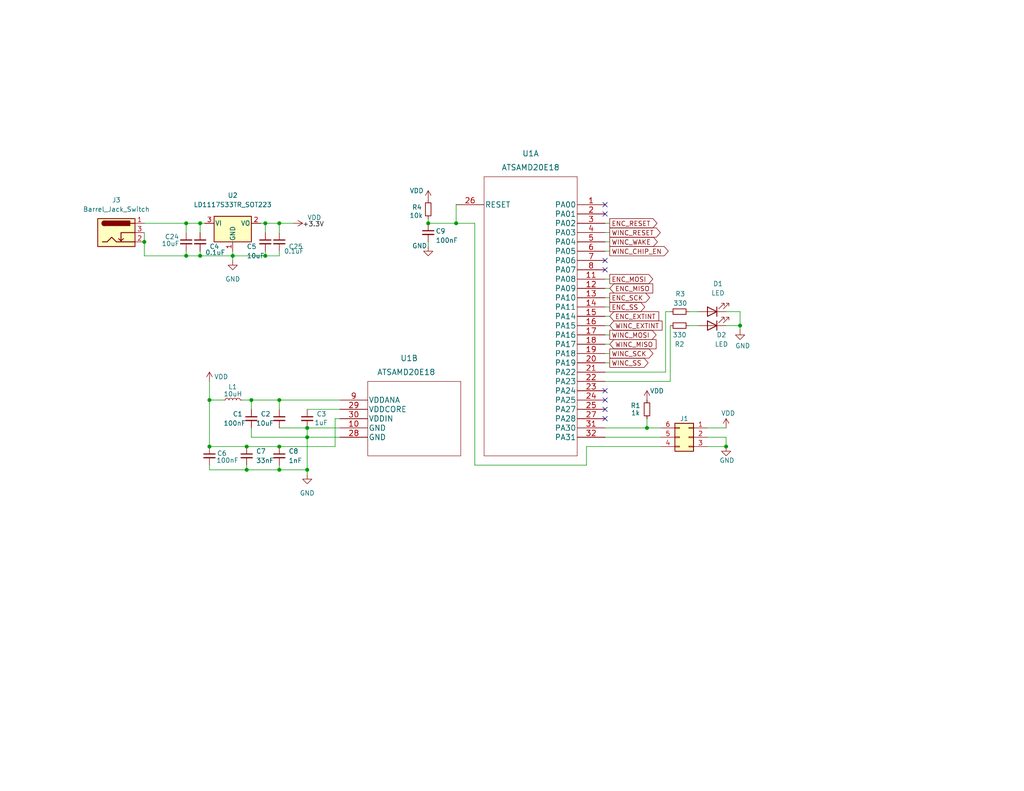
<source format=kicad_sch>
(kicad_sch (version 20211123) (generator eeschema)
  (paper "USLetter")
  (title_block (title "ATSAMD20E18 Control Circuit") (date "2022-10-20") (rev "v4.0") (company "DCA"))
  (lib_symbols
    (symbol "2022-10-03_01-58-55:ATSAMD20E18A-AU" (pin_names (offset 0.254))
      (property "Reference" "U" (at 20.32 12.7 0))
      (property "Value" "ATSAMD20E18A-AU" (at 20.32 10.16 0))
      (symbol "ATSAMD20E18A-AU_1_1"
        (polyline (pts (xy 7.62 -68.58) (xy 33.02 -68.58)) (stroke (width 0.127)))
        (polyline (pts (xy 7.62 7.62) (xy 7.62 -68.58)) (stroke (width 0.127)))
        (polyline (pts (xy 33.02 -68.58) (xy 33.02 7.62)) (stroke (width 0.127)))
        (polyline (pts (xy 33.02 7.62) (xy 7.62 7.62)) (stroke (width 0.127)))
        (pin bidirectional line (at 40.64 0 180) (length 7.62) (name "PA00") (number "1"))
        (pin bidirectional line (at 40.64 -20.32 180) (length 7.62) (name "PA08") (number "11"))
        (pin bidirectional line (at 40.64 -22.86 180) (length 7.62) (name "PA09") (number "12"))
        (pin bidirectional line (at 40.64 -25.4 180) (length 7.62) (name "PA10") (number "13"))
        (pin bidirectional line (at 40.64 -27.94 180) (length 7.62) (name "PA11") (number "14"))
        (pin bidirectional line (at 40.64 -30.48 180) (length 7.62) (name "PA14") (number "15"))
        (pin bidirectional line (at 40.64 -33.02 180) (length 7.62) (name "PA15") (number "16"))
        (pin bidirectional line (at 40.64 -35.56 180) (length 7.62) (name "PA16") (number "17"))
        (pin bidirectional line (at 40.64 -38.1 180) (length 7.62) (name "PA17") (number "18"))
        (pin bidirectional line (at 40.64 -40.64 180) (length 7.62) (name "PA18") (number "19"))
        (pin bidirectional line (at 40.64 -2.54 180) (length 7.62) (name "PA01") (number "2"))
        (pin bidirectional line (at 40.64 -43.18 180) (length 7.62) (name "PA19") (number "20"))
        (pin bidirectional line (at 40.64 -45.72 180) (length 7.62) (name "PA22") (number "21"))
        (pin bidirectional line (at 40.64 -48.26 180) (length 7.62) (name "PA23") (number "22"))
        (pin bidirectional line (at 40.64 -50.8 180) (length 7.62) (name "PA24") (number "23"))
        (pin bidirectional line (at 40.64 -53.34 180) (length 7.62) (name "PA25") (number "24"))
        (pin bidirectional line (at 40.64 -55.88 180) (length 7.62) (name "PA27") (number "25"))
        (pin unspecified line (at 0 0 0) (length 7.62) (name "RESET") (number "26"))
        (pin bidirectional line (at 40.64 -58.42 180) (length 7.62) (name "PA28") (number "27"))
        (pin bidirectional line (at 40.64 -5.08 180) (length 7.62) (name "PA02") (number "3"))
        (pin bidirectional line (at 40.64 -60.96 180) (length 7.62) (name "PA30") (number "31"))
        (pin bidirectional line (at 40.64 -63.5 180) (length 7.62) (name "PA31") (number "32"))
        (pin bidirectional line (at 40.64 -7.62 180) (length 7.62) (name "PA03") (number "4"))
        (pin bidirectional line (at 40.64 -10.16 180) (length 7.62) (name "PA04") (number "5"))
        (pin bidirectional line (at 40.64 -12.7 180) (length 7.62) (name "PA05") (number "6"))
        (pin bidirectional line (at 40.64 -15.24 180) (length 7.62) (name "PA06") (number "7"))
        (pin bidirectional line (at 40.64 -17.78 180) (length 7.62) (name "PA07") (number "8"))
      )
      (symbol "ATSAMD20E18A-AU_2_1"
        (polyline (pts (xy 7.62 -15.24) (xy 33.02 -15.24)) (stroke (width 0.127)))
        (polyline (pts (xy 7.62 5.08) (xy 7.62 -15.24)) (stroke (width 0.127)))
        (polyline (pts (xy 33.02 -15.24) (xy 33.02 5.08)) (stroke (width 0.127)))
        (polyline (pts (xy 33.02 5.08) (xy 7.62 5.08)) (stroke (width 0.127)))
        (pin power_in line (at 0 -7.62 0) (length 7.62) (name "GND") (number "10"))
        (pin power_in line (at 0 -10.16 0) (length 7.62) (name "GND") (number "28"))
        (pin power_in line (at 0 -2.54 0) (length 7.62) (name "VDDCORE") (number "29"))
        (pin power_in line (at 0 -5.08 0) (length 7.62) (name "VDDIN") (number "30"))
        (pin power_in line (at 0 0 0) (length 7.62) (name "VDDANA") (number "9"))
      )
    )
    (symbol "Connector:Barrel_Jack_Switch" (pin_names hide)
      (property "Reference" "J" (at 0 5.334 0))
      (property "Value" "Barrel_Jack_Switch" (at 0 -5.08 0))
      (symbol "Barrel_Jack_Switch_0_1"
        (rectangle (start -5.08 3.81) (end 5.08 -3.81) (stroke (width 0.254)) (fill (type background)))
        (arc (start -3.302 3.175) (mid -3.937 2.54) (end -3.302 1.905) (stroke (width 0.254)))
        (arc (start -3.302 3.175) (mid -3.937 2.54) (end -3.302 1.905) (stroke (width 0.254)) (fill (type outline)))
        (polyline (pts (xy 1.27 -2.286) (xy 1.905 -1.651)) (stroke (width 0.254)))
        (polyline (pts (xy 5.08 2.54) (xy 3.81 2.54)) (stroke (width 0.254)))
        (polyline (pts (xy 5.08 0) (xy 1.27 0) (xy 1.27 -2.286) (xy 0.635 -1.651)) (stroke (width 0.254)))
        (polyline (pts (xy -3.81 -2.54) (xy -2.54 -2.54) (xy -1.27 -1.27) (xy 0 -2.54) (xy 2.54 -2.54) (xy 5.08 -2.54)) (stroke (width 0.254)))
        (rectangle (start 3.683 3.175) (end -3.302 1.905) (stroke (width 0.254)) (fill (type outline)))
      )
      (symbol "Barrel_Jack_Switch_1_1"
        (pin passive line (at 7.62 2.54 180) (length 2.54) (name "~") (number "1"))
        (pin passive line (at 7.62 -2.54 180) (length 2.54) (name "~") (number "2"))
        (pin passive line (at 7.62 0 180) (length 2.54) (name "~") (number "3"))
      )
    )
    (symbol "Connector_Generic:Conn_02x03_Counter_Clockwise" (pin_names (offset 1.016) hide)
      (property "Reference" "J" (at 1.27 5.08 0))
      (property "Value" "Conn_02x03_Counter_Clockwise" (at 1.27 -5.08 0))
      (symbol "Conn_02x03_Counter_Clockwise_1_1"
        (rectangle (start -1.27 -2.413) (end 0 -2.667) (stroke (width 0.1524)))
        (rectangle (start -1.27 0.127) (end 0 -0.127) (stroke (width 0.1524)))
        (rectangle (start -1.27 2.667) (end 0 2.413) (stroke (width 0.1524)))
        (rectangle (start -1.27 3.81) (end 3.81 -3.81) (stroke (width 0.254)) (fill (type background)))
        (rectangle (start 3.81 -2.413) (end 2.54 -2.667) (stroke (width 0.1524)))
        (rectangle (start 3.81 0.127) (end 2.54 -0.127) (stroke (width 0.1524)))
        (rectangle (start 3.81 2.667) (end 2.54 2.413) (stroke (width 0.1524)))
        (pin passive line (at -5.08 2.54 0) (length 3.81) (name "Pin_1") (number "1"))
        (pin passive line (at -5.08 0 0) (length 3.81) (name "Pin_2") (number "2"))
        (pin passive line (at -5.08 -2.54 0) (length 3.81) (name "Pin_3") (number "3"))
        (pin passive line (at 7.62 -2.54 180) (length 3.81) (name "Pin_4") (number "4"))
        (pin passive line (at 7.62 0 180) (length 3.81) (name "Pin_5") (number "5"))
        (pin passive line (at 7.62 2.54 180) (length 3.81) (name "Pin_6") (number "6"))
      )
    )
    (symbol "Device:C_Small" (pin_numbers hide) (pin_names (offset 0.254) hide)
      (property "Reference" "C" (at 0.254 1.778 0))
      (property "Value" "C_Small" (at 0.254 -2.032 0))
      (symbol "C_Small_0_1"
        (polyline (pts (xy -1.524 -0.508) (xy 1.524 -0.508)) (stroke (width 0.3302)))
        (polyline (pts (xy -1.524 0.508) (xy 1.524 0.508)) (stroke (width 0.3048)))
      )
      (symbol "C_Small_1_1"
        (pin passive line (at 0 2.54 270) (length 2.032) (name "~") (number "1"))
        (pin passive line (at 0 -2.54 90) (length 2.032) (name "~") (number "2"))
      )
    )
    (symbol "Device:LED" (pin_numbers hide) (pin_names (offset 1.016) hide)
      (property "Reference" "D" (at 0 2.54 0))
      (property "Value" "LED" (at 0 -2.54 0))
      (symbol "LED_0_1"
        (polyline (pts (xy -1.27 -1.27) (xy -1.27 1.27)) (stroke (width 0.254)))
        (polyline (pts (xy -1.27 0) (xy 1.27 0)))
        (polyline (pts (xy 1.27 -1.27) (xy 1.27 1.27) (xy -1.27 0) (xy 1.27 -1.27)) (stroke (width 0.254)))
        (polyline (pts (xy -3.048 -0.762) (xy -4.572 -2.286) (xy -3.81 -2.286) (xy -4.572 -2.286) (xy -4.572 -1.524)))
        (polyline (pts (xy -1.778 -0.762) (xy -3.302 -2.286) (xy -2.54 -2.286) (xy -3.302 -2.286) (xy -3.302 -1.524)))
      )
      (symbol "LED_1_1"
        (pin passive line (at -3.81 0 0) (length 2.54) (name "K") (number "1"))
        (pin passive line (at 3.81 0 180) (length 2.54) (name "A") (number "2"))
      )
    )
    (symbol "Device:L_Small" (pin_numbers hide) (pin_names (offset 0.254) hide)
      (property "Reference" "L" (at 0.762 1.016 0))
      (property "Value" "L_Small" (at 0.762 -1.016 0))
      (symbol "L_Small_0_1"
        (arc (start 0 -2.032) (mid 0.508 -1.524) (end 0 -1.016))
        (arc (start 0 -1.016) (mid 0.508 -0.508) (end 0 0))
        (arc (start 0 0) (mid 0.508 0.508) (end 0 1.016))
        (arc (start 0 1.016) (mid 0.508 1.524) (end 0 2.032))
      )
      (symbol "L_Small_1_1"
        (pin passive line (at 0 2.54 270) (length 0.508) (name "~") (number "1"))
        (pin passive line (at 0 -2.54 90) (length 0.508) (name "~") (number "2"))
      )
    )
    (symbol "Device:R_Small" (pin_numbers hide) (pin_names (offset 0.254) hide)
      (property "Reference" "R" (at 0.762 0.508 0))
      (property "Value" "R_Small" (at 0.762 -1.016 0))
      (symbol "R_Small_0_1"
        (rectangle (start -0.762 1.778) (end 0.762 -1.778) (stroke (width 0.2032)))
      )
      (symbol "R_Small_1_1"
        (pin passive line (at 0 2.54 270) (length 0.762) (name "~") (number "1"))
        (pin passive line (at 0 -2.54 90) (length 0.762) (name "~") (number "2"))
      )
    )
    (symbol "Regulator_Linear:LD1117S33TR_SOT223" (pin_names (offset 0.254))
      (property "Reference" "U" (at -3.81 3.175 0))
      (property "Value" "LD1117S33TR_SOT223" (at 0 3.175 0))
      (symbol "LD1117S33TR_SOT223_0_1"
        (rectangle (start -5.08 -5.08) (end 5.08 1.905) (stroke (width 0.254)) (fill (type background)))
      )
      (symbol "LD1117S33TR_SOT223_1_1"
        (pin power_in line (at 0 -7.62 90) (length 2.54) (name "GND") (number "1"))
        (pin power_out line (at 7.62 0 180) (length 2.54) (name "VO") (number "2"))
        (pin power_in line (at -7.62 0 0) (length 2.54) (name "VI") (number "3"))
      )
    )
    (symbol "power:GND" (power) (pin_names (offset 0))
      (property "Value" "GND" (at 0 -3.81 0))
      (symbol "GND_0_1"
        (polyline (pts (xy 0 0) (xy 0 -1.27) (xy 1.27 -1.27) (xy 0 -2.54) (xy -1.27 -1.27) (xy 0 -1.27)))
      )
      (symbol "GND_1_1"
        (pin power_in line (at 0 0 270) (length 0) hide (name "GND") (number "1"))
      )
    )
    (symbol "power:VDD" (power) (pin_names (offset 0))
      (property "Value" "VDD" (at 0 3.81 0))
      (symbol "VDD_0_1"
        (polyline (pts (xy -0.762 1.27) (xy 0 2.54)))
        (polyline (pts (xy 0 0) (xy 0 2.54)))
        (polyline (pts (xy 0 2.54) (xy 0.762 1.27)))
      )
      (symbol "VDD_1_1"
        (pin power_in line (at 0 0 90) (length 0) hide (name "VDD") (number "1"))
      )
    )
  )
  (junction (at 72.39 60.96))
  (junction (at 39.37 66.04))
  (junction (at 124.46 60.96))
  (junction (at 83.82 128.27))
  (junction (at 54.61 69.85))
  (junction (at 72.39 69.85))
  (junction (at 57.15 109.22))
  (junction (at 176.53 116.84))
  (junction (at 83.82 119.38))
  (junction (at 68.58 109.22))
  (junction (at 50.8 60.96))
  (junction (at 198.12 121.92))
  (junction (at 50.8 69.85))
  (junction (at 201.93 88.9))
  (junction (at 76.2 128.27))
  (junction (at 57.15 121.92))
  (junction (at 116.84 60.96))
  (junction (at 76.2 121.92))
  (junction (at 67.31 121.92))
  (junction (at 63.5 69.85))
  (junction (at 76.2 109.22))
  (junction (at 76.2 60.96))
  (junction (at 54.61 60.96))
  (junction (at 83.82 116.84))
  (junction (at 67.31 128.27))
  (no_connect (at 165.1 58.42))
  (no_connect (at 165.1 55.88))
  (no_connect (at 165.1 73.66))
  (no_connect (at 165.1 71.12))
  (no_connect (at 165.1 106.68))
  (no_connect (at 165.1 114.3))
  (no_connect (at 165.1 111.76))
  (no_connect (at 165.1 109.22))
  (wire (pts (xy 57.15 109.22) (xy 57.15 121.92)))
  (wire (pts (xy 165.1 81.28) (xy 166.37 81.28)))
  (wire (pts (xy 57.15 128.27) (xy 57.15 127)))
  (wire (pts (xy 63.5 69.85) (xy 72.39 69.85)))
  (wire (pts (xy 72.39 69.85) (xy 72.39 68.58)))
  (wire (pts (xy 165.1 116.84) (xy 176.53 116.84)))
  (wire (pts (xy 182.88 88.9) (xy 182.88 104.14)))
  (wire (pts (xy 176.53 116.84) (xy 180.34 116.84)))
  (wire (pts (xy 165.1 63.5) (xy 166.37 63.5)))
  (wire (pts (xy 76.2 60.96) (xy 80.01 60.96)))
  (wire (pts (xy 181.61 85.09) (xy 182.88 85.09)))
  (wire (pts (xy 176.53 114.3) (xy 176.53 116.84)))
  (wire (pts (xy 92.71 114.3) (xy 91.44 114.3)))
  (wire (pts (xy 76.2 109.22) (xy 92.71 109.22)))
  (wire (pts (xy 57.15 109.22) (xy 60.96 109.22)))
  (wire (pts (xy 160.02 121.92) (xy 160.02 127)))
  (wire (pts (xy 193.04 116.84) (xy 198.12 116.84)))
  (wire (pts (xy 83.82 119.38) (xy 83.82 128.27)))
  (wire (pts (xy 72.39 60.96) (xy 71.12 60.96)))
  (wire (pts (xy 165.1 119.38) (xy 180.34 119.38)))
  (wire (pts (xy 91.44 114.3) (xy 91.44 121.92)))
  (wire (pts (xy 198.12 85.09) (xy 201.93 85.09)))
  (wire (pts (xy 39.37 69.85) (xy 50.8 69.85)))
  (wire (pts (xy 201.93 85.09) (xy 201.93 88.9)))
  (wire (pts (xy 67.31 121.92) (xy 76.2 121.92)))
  (wire (pts (xy 57.15 128.27) (xy 67.31 128.27)))
  (wire (pts (xy 166.37 99.06) (xy 165.1 99.06)))
  (wire (pts (xy 165.1 76.2) (xy 166.37 76.2)))
  (wire (pts (xy 198.12 88.9) (xy 201.93 88.9)))
  (wire (pts (xy 165.1 78.74) (xy 166.37 78.74)))
  (wire (pts (xy 54.61 69.85) (xy 63.5 69.85)))
  (wire (pts (xy 68.58 116.84) (xy 68.58 119.38)))
  (wire (pts (xy 193.04 121.92) (xy 198.12 121.92)))
  (wire (pts (xy 76.2 128.27) (xy 76.2 127)))
  (wire (pts (xy 180.34 121.92) (xy 160.02 121.92)))
  (wire (pts (xy 39.37 63.5) (xy 39.37 66.04)))
  (wire (pts (xy 72.39 60.96) (xy 76.2 60.96)))
  (wire (pts (xy 166.37 93.98) (xy 165.1 93.98)))
  (wire (pts (xy 63.5 69.85) (xy 63.5 71.12)))
  (wire (pts (xy 166.37 96.52) (xy 165.1 96.52)))
  (wire (pts (xy 76.2 60.96) (xy 76.2 63.5)))
  (wire (pts (xy 54.61 68.58) (xy 54.61 69.85)))
  (wire (pts (xy 68.58 111.76) (xy 68.58 109.22)))
  (wire (pts (xy 68.58 119.38) (xy 83.82 119.38)))
  (wire (pts (xy 116.84 66.04) (xy 116.84 67.31)))
  (wire (pts (xy 50.8 60.96) (xy 54.61 60.96)))
  (wire (pts (xy 54.61 60.96) (xy 55.88 60.96)))
  (wire (pts (xy 39.37 66.04) (xy 39.37 69.85)))
  (wire (pts (xy 50.8 68.58) (xy 50.8 69.85)))
  (wire (pts (xy 76.2 111.76) (xy 76.2 109.22)))
  (wire (pts (xy 72.39 69.85) (xy 76.2 69.85)))
  (wire (pts (xy 165.1 66.04) (xy 166.37 66.04)))
  (wire (pts (xy 83.82 119.38) (xy 92.71 119.38)))
  (wire (pts (xy 187.96 88.9) (xy 190.5 88.9)))
  (wire (pts (xy 76.2 116.84) (xy 83.82 116.84)))
  (wire (pts (xy 50.8 69.85) (xy 54.61 69.85)))
  (wire (pts (xy 76.2 121.92) (xy 91.44 121.92)))
  (wire (pts (xy 83.82 116.84) (xy 83.82 119.38)))
  (wire (pts (xy 129.54 127) (xy 160.02 127)))
  (wire (pts (xy 129.54 60.96) (xy 124.46 60.96)))
  (wire (pts (xy 76.2 68.58) (xy 76.2 69.85)))
  (wire (pts (xy 83.82 128.27) (xy 83.82 129.54)))
  (wire (pts (xy 165.1 86.36) (xy 166.37 86.36)))
  (wire (pts (xy 57.15 104.14) (xy 57.15 109.22)))
  (wire (pts (xy 165.1 68.58) (xy 166.37 68.58)))
  (wire (pts (xy 193.04 119.38) (xy 198.12 119.38)))
  (wire (pts (xy 83.82 111.76) (xy 92.71 111.76)))
  (wire (pts (xy 67.31 128.27) (xy 67.31 127)))
  (wire (pts (xy 66.04 109.22) (xy 68.58 109.22)))
  (wire (pts (xy 67.31 128.27) (xy 76.2 128.27)))
  (wire (pts (xy 165.1 60.96) (xy 166.37 60.96)))
  (wire (pts (xy 63.5 68.58) (xy 63.5 69.85)))
  (wire (pts (xy 124.46 60.96) (xy 124.46 55.88)))
  (wire (pts (xy 92.71 116.84) (xy 83.82 116.84)))
  (wire (pts (xy 76.2 128.27) (xy 83.82 128.27)))
  (wire (pts (xy 165.1 104.14) (xy 182.88 104.14)))
  (wire (pts (xy 129.54 127) (xy 129.54 60.96)))
  (wire (pts (xy 116.84 59.69) (xy 116.84 60.96)))
  (wire (pts (xy 39.37 60.96) (xy 50.8 60.96)))
  (wire (pts (xy 72.39 63.5) (xy 72.39 60.96)))
  (wire (pts (xy 181.61 101.6) (xy 181.61 85.09)))
  (wire (pts (xy 57.15 121.92) (xy 67.31 121.92)))
  (wire (pts (xy 166.37 91.44) (xy 165.1 91.44)))
  (wire (pts (xy 116.84 60.96) (xy 124.46 60.96)))
  (wire (pts (xy 50.8 60.96) (xy 50.8 63.5)))
  (wire (pts (xy 54.61 60.96) (xy 54.61 63.5)))
  (wire (pts (xy 166.37 88.9) (xy 165.1 88.9)))
  (wire (pts (xy 165.1 83.82) (xy 166.37 83.82)))
  (wire (pts (xy 201.93 88.9) (xy 201.93 90.17)))
  (wire (pts (xy 165.1 101.6) (xy 181.61 101.6)))
  (wire (pts (xy 198.12 119.38) (xy 198.12 121.92)))
  (wire (pts (xy 68.58 109.22) (xy 76.2 109.22)))
  (wire (pts (xy 187.96 85.09) (xy 190.5 85.09)))
  (label "+3.3V" (at 82.55 62.23 0))
  (global_label "ENC_RESET" (shape output) (at 166.37 60.96 0) (property "Intersheet References" "${INTERSHEET_REFS}" (effects hide)))
  (global_label "WINC_SCK" (shape output) (at 166.37 96.52 0) (property "Intersheet References" "${INTERSHEET_REFS}" (effects hide)))
  (global_label "WINC_EXTINT" (shape input) (at 166.37 88.9 0) (property "Intersheet References" "${INTERSHEET_REFS}" (effects hide)))
  (global_label "ENC_SS" (shape output) (at 166.37 83.82 0) (property "Intersheet References" "${INTERSHEET_REFS}" (effects hide)))
  (global_label "ENC_MOSI" (shape output) (at 166.37 76.2 0) (property "Intersheet References" "${INTERSHEET_REFS}" (effects hide)))
  (global_label "WINC_MISO" (shape input) (at 166.37 93.98 0) (property "Intersheet References" "${INTERSHEET_REFS}" (effects hide)))
  (global_label "ENC_EXTINT" (shape input) (at 166.37 86.36 0) (property "Intersheet References" "${INTERSHEET_REFS}" (effects hide)))
  (global_label "WINC_CHIP_EN" (shape output) (at 166.37 68.58 0) (property "Intersheet References" "${INTERSHEET_REFS}" (effects hide)))
  (global_label "WINC_RESET" (shape output) (at 166.37 63.5 0) (property "Intersheet References" "${INTERSHEET_REFS}" (effects hide)))
  (global_label "WINC_SS" (shape output) (at 166.37 99.06 0) (property "Intersheet References" "${INTERSHEET_REFS}" (effects hide)))
  (global_label "WINC_WAKE" (shape output) (at 166.37 66.04 0) (property "Intersheet References" "${INTERSHEET_REFS}" (effects hide)))
  (global_label "ENC_SCK" (shape output) (at 166.37 81.28 0) (property "Intersheet References" "${INTERSHEET_REFS}" (effects hide)))
  (global_label "WINC_MOSI" (shape output) (at 166.37 91.44 0) (property "Intersheet References" "${INTERSHEET_REFS}" (effects hide)))
  (global_label "ENC_MISO" (shape input) (at 166.37 78.74 0) (property "Intersheet References" "${INTERSHEET_REFS}" (effects hide)))
  (symbol (lib_id "2022-10-03_01-58-55:ATSAMD20E18A-AU") (at 124.46 55.88 0) (unit 1)
    (property "Reference" "U1" (at 144.78 41.91 0) (effects (font (size 1.524 1.524))))
    (property "Value" "ATSAMD20E18" (at 144.78 45.72 0) (effects (font (size 1.524 1.524))))
    (property "Footprint" "2022-10-03_01-58-55:ATSAMD20E18A-AU" (effects hide))
  )
  (symbol (lib_id "Device:C_Small") (at 54.61 66.04 0) (unit 1)
    (property "Reference" "C4" (at 57.15 67.31 0) (effects (justify left)))
    (property "Value" "0.1uF" (at 56.002 68.939 0) (effects (justify left)))
    (property "Footprint" "Capacitor_SMD:C_0402_1005Metric" (effects hide))
  )
  (symbol (lib_id "power:GND") (at 116.84 67.31 0) (unit 1)
    (property "Reference" "#PWR0106" (effects hide))
    (property "Value" "GND" (at 114.4914 67.1215 0))
  )
  (symbol (lib_id "power:GND") (at 201.93 90.17 0) (unit 1)
    (property "Reference" "#PWR0104" (effects hide))
    (property "Value" "GND" (at 202.6445 94.4253 0))
  )
  (symbol (lib_id "power:VDD") (at 176.53 109.22 0) (unit 1)
    (property "Reference" "#PWR0105" (effects hide))
    (property "Value" "VDD" (at 179.235 106.7365 0))
  )
  (symbol (lib_id "Device:C_Small") (at 76.2 124.46 0) (unit 1)
    (property "Reference" "C8" (at 78.74 123.1962 0) (effects (justify left)))
    (property "Value" "1nF" (at 78.74 125.7362 0) (effects (justify left)))
    (property "Footprint" "Capacitor_SMD:C_0402_1005Metric" (effects hide))
  )
  (symbol (lib_id "Regulator_Linear:LD1117S33TR_SOT223") (at 63.5 60.96 0) (unit 1)
    (property "Reference" "U2" (at 63.5 53.34 0))
    (property "Value" "LD1117S33TR_SOT223" (at 63.5 55.88 0))
    (property "Footprint" "Package_TO_SOT_SMD:SOT-223-3_TabPin2" (effects hide))
    (property "Datasheet" "http://www.st.com/st-web-ui/static/active/en/resource/technical/document/datasheet/CD00000544.pdf" (effects hide))
  )
  (symbol (lib_id "power:GND") (at 83.82 129.54 0) (unit 1)
    (property "Reference" "#PWR0101" (effects hide))
    (property "Value" "GND" (at 83.82 134.62 0))
  )
  (symbol (lib_id "Device:LED") (at 194.31 85.09 180) (unit 1)
    (property "Reference" "D1" (at 195.8975 77.47 0))
    (property "Value" "LED" (at 195.8975 80.01 0))
    (property "Footprint" "LED_SMD:LED_0402_1005Metric" (effects hide))
  )
  (symbol (lib_id "Device:C_Small") (at 67.31 124.46 0) (unit 1)
    (property "Reference" "C7" (at 69.85 123.1962 0) (effects (justify left)))
    (property "Value" "33nF" (at 69.85 125.7362 0) (effects (justify left)))
    (property "Footprint" "Capacitor_SMD:C_0402_1005Metric" (effects hide))
  )
  (symbol (lib_id "power:VDD") (at 80.01 60.96 270) (unit 1)
    (property "Reference" "#PWR0110" (effects hide))
    (property "Value" "VDD" (at 83.8355 59.3978 90) (effects (justify left)))
  )
  (symbol (lib_id "Device:R_Small") (at 185.42 88.9 270) (unit 1)
    (property "Reference" "R2" (at 185.42 93.98 90))
    (property "Value" "330" (at 185.42 91.44 90))
    (property "Footprint" "Resistor_SMD:R_0402_1005Metric" (effects hide))
  )
  (symbol (lib_id "Connector_Generic:Conn_02x03_Counter_Clockwise") (at 187.96 119.38 0) (mirror y) (unit 1)
    (property "Reference" "J1" (at 186.69 114.3 0))
    (property "Value" "Conn_02x03_Counter_Clockwise" (effects hide))
    (property "Footprint" "Connector_PinHeader_2.00mm:PinHeader_2x03_P2.00mm_Vertical" (effects hide))
  )
  (symbol (lib_id "Device:C_Small") (at 116.84 63.5 0) (unit 1)
    (property "Reference" "C9" (at 118.8697 63.0982 0) (effects (justify left)))
    (property "Value" "100nF" (at 118.8697 65.6382 0) (effects (justify left)))
    (property "Footprint" "Capacitor_SMD:C_0402_1005Metric" (effects hide))
  )
  (symbol (lib_id "Device:R_Small") (at 176.53 111.76 0) (unit 1)
    (property "Reference" "R1" (at 173.4133 110.7183 0))
    (property "Value" "1k" (at 173.4133 112.73 0))
    (property "Footprint" "Resistor_SMD:R_0402_1005Metric" (effects hide))
  )
  (symbol (lib_id "power:VDD") (at 116.84 54.61 0) (unit 1)
    (property "Reference" "#PWR0107" (effects hide))
    (property "Value" "VDD" (at 111.76 52.07 0) (effects (justify left)))
  )
  (symbol (lib_id "Device:C_Small") (at 57.15 124.46 0) (unit 1)
    (property "Reference" "C6" (at 59.2006 123.7832 0) (effects (justify left)))
    (property "Value" "100nF" (at 59.0099 125.6908 0) (effects (justify left)))
    (property "Footprint" "Capacitor_SMD:C_0402_1005Metric" (effects hide))
  )
  (symbol (lib_id "Device:C_Small") (at 50.8 66.04 0) (unit 1)
    (property "Reference" "C24" (at 44.9756 64.6372 0) (effects (justify left)))
    (property "Value" "10uF" (at 44.0856 66.5161 0) (effects (justify left)))
    (property "Footprint" "Capacitor_SMD:C_1206_3216Metric" (effects hide))
  )
  (symbol (lib_id "Device:C_Small") (at 72.39 66.04 0) (unit 1)
    (property "Reference" "C5" (at 67.31 67.31 0) (effects (justify left)))
    (property "Value" "10uF" (at 67.31 69.85 0) (effects (justify left)))
    (property "Footprint" "Capacitor_SMD:C_1206_3216Metric" (effects hide))
  )
  (symbol (lib_id "power:VDD") (at 198.12 116.84 0) (unit 1)
    (property "Reference" "#PWR0102" (effects hide))
    (property "Value" "VDD" (at 198.6743 112.8286 0))
  )
  (symbol (lib_id "power:GND") (at 63.5 71.12 0) (unit 1)
    (property "Reference" "#PWR0108" (effects hide))
    (property "Value" "GND" (at 63.5 76.2 0))
  )
  (symbol (lib_id "Device:L_Small") (at 63.5 109.22 90) (unit 1)
    (property "Reference" "L1" (at 63.4928 105.6131 90))
    (property "Value" "10uH" (at 63.5405 107.5684 90))
    (property "Footprint" "Inductor_SMD:L_0603_1608Metric" (effects hide))
  )
  (symbol (lib_id "2022-10-03_01-58-55:ATSAMD20E18A-AU") (at 92.71 109.22 0) (unit 2)
    (property "Reference" "U1" (at 109.22 97.79 0) (effects (font (size 1.524 1.524)) (justify left)))
    (property "Value" "ATSAMD20E18" (at 102.87 101.6 0) (effects (font (size 1.524 1.524)) (justify left)))
    (property "Footprint" "2022-10-03_01-58-55:ATSAMD20E18A-AU" (effects hide))
  )
  (symbol (lib_id "power:GND") (at 198.12 121.92 0) (unit 1)
    (property "Reference" "#PWR0103" (effects hide))
    (property "Value" "GND" (at 198.3524 125.705 0))
  )
  (symbol (lib_id "Device:LED") (at 194.31 88.9 180) (unit 1)
    (property "Reference" "D2" (at 196.85 91.44 0))
    (property "Value" "LED" (at 196.85 93.98 0))
    (property "Footprint" "LED_SMD:LED_0402_1005Metric" (effects hide))
  )
  (symbol (lib_id "Device:C_Small") (at 76.2 114.3 0) (unit 1)
    (property "Reference" "C2" (at 71.12 113.03 0) (effects (justify left)))
    (property "Value" "10uF" (at 69.85 115.57 0) (effects (justify left)))
    (property "Footprint" "Capacitor_SMD:C_1206_3216Metric" (effects hide))
  )
  (symbol (lib_id "Connector:Barrel_Jack_Switch") (at 31.75 63.5 0) (unit 1)
    (property "Reference" "J3" (at 31.75 54.61 0))
    (property "Value" "Barrel_Jack_Switch" (at 31.75 57.15 0))
    (property "Footprint" "barrel:CUI_PJ-018H-SMT-TR" (effects hide))
  )
  (symbol (lib_id "Device:C_Small") (at 76.2 66.04 0) (unit 1)
    (property "Reference" "C25" (at 78.74 67.31 0) (effects (justify left)))
    (property "Value" "0.1uF" (at 77.47 68.58 0) (effects (justify left)))
    (property "Footprint" "Capacitor_SMD:C_0402_1005Metric" (effects hide))
  )
  (symbol (lib_id "Device:R_Small") (at 185.42 85.09 270) (unit 1)
    (property "Reference" "R3" (at 185.601 80.2549 90))
    (property "Value" "330" (at 185.601 82.7949 90))
    (property "Footprint" "Resistor_SMD:R_0402_1005Metric" (effects hide))
  )
  (symbol (lib_id "Device:C_Small") (at 68.58 114.3 0) (unit 1)
    (property "Reference" "C1" (at 63.5 113.03 0) (effects (justify left)))
    (property "Value" "100nF" (at 60.96 115.57 0) (effects (justify left)))
    (property "Footprint" "Capacitor_SMD:C_0402_1005Metric" (effects hide))
  )
  (symbol (lib_id "power:VDD") (at 57.15 104.14 0) (unit 1)
    (property "Reference" "#PWR0111" (effects hide))
    (property "Value" "VDD" (at 58.42 102.87 0) (effects (justify left)))
  )
  (symbol (lib_id "Device:R_Small") (at 116.84 57.15 0) (unit 1)
    (property "Reference" "R4" (at 113.7815 56.59 0))
    (property "Value" "10k" (at 113.5448 58.8383 0))
    (property "Footprint" "Resistor_SMD:R_0402_1005Metric" (effects hide))
  )
  (symbol (lib_id "Device:C_Small") (at 83.82 114.3 0) (unit 1)
    (property "Reference" "C3" (at 86.36 113.0362 0) (effects (justify left)))
    (property "Value" "1uF" (at 85.7911 115.4039 0) (effects (justify left)))
    (property "Footprint" "Capacitor_SMD:C_0402_1005Metric" (effects hide))
  )
  (sheet (at 298.45 1.27) (size 302.26 214.63) (stroke (width 0.1524))
    (property "Sheet name" "WINC_C" (at 298.45 0.5584 0) (effects (justify left bottom)))
    (property "Sheet file" "WINC_C.kicad_sch" (at 298.45 216.4846 0) (effects (justify left top)))
  )
  (sheet (at 617.22 -3.81) (size 313.69 222.25) (stroke (width 0.1524))
    (property "Sheet name" "Ethernet_C" (at 617.22 -4.5216 0) (effects (justify left bottom)))
    (property "Sheet file" "Ethernet_C.kicad_sch" (at 617.22 219.0246 0) (effects (justify left top)))
  )
)
</source>
